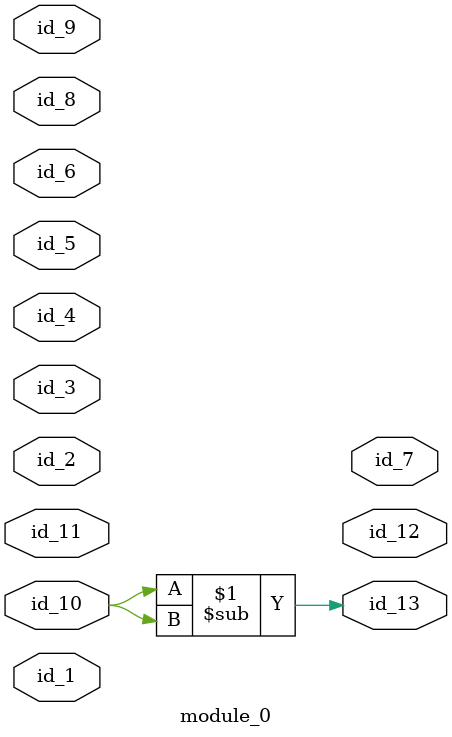
<source format=v>
module module_0 (
    id_1,
    id_2,
    id_3,
    id_4,
    id_5,
    id_6,
    id_7,
    id_8,
    id_9,
    id_10,
    id_11,
    id_12,
    id_13
);
  output id_13;
  output id_12;
  inout id_11;
  input id_10;
  input id_9;
  inout id_8;
  output id_7;
  input id_6;
  input id_5;
  input id_4;
  input id_3;
  inout id_2;
  inout id_1;
  assign id_13 = id_10 - id_10;
endmodule

</source>
